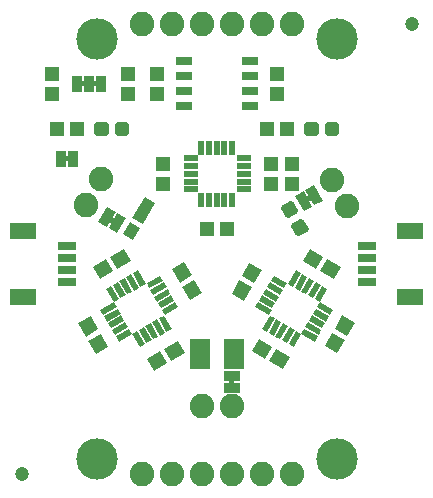
<source format=gts>
G75*
%MOIN*%
%OFA0B0*%
%FSLAX25Y25*%
%IPPOS*%
%LPD*%
%AMOC8*
5,1,8,0,0,1.08239X$1,22.5*
%
%ADD10C,0.08200*%
%ADD11R,0.05131X0.04737*%
%ADD12C,0.13800*%
%ADD13R,0.03300X0.05800*%
%ADD14C,0.00500*%
%ADD15C,0.04737*%
%ADD16R,0.01981X0.05131*%
%ADD17R,0.05131X0.01981*%
%ADD18R,0.04737X0.05131*%
%ADD19R,0.05524X0.03162*%
%ADD20R,0.08674X0.05524*%
%ADD21R,0.06115X0.03162*%
%ADD22C,0.01990*%
%ADD23R,0.03950X0.04737*%
%ADD24R,0.03950X0.08280*%
%ADD25R,0.05800X0.03300*%
%ADD26R,0.07099X0.10249*%
D10*
X0173333Y0130000D03*
X0183333Y0130000D03*
X0193333Y0130000D03*
X0203333Y0130000D03*
X0213333Y0130000D03*
X0223333Y0130000D03*
X0203333Y0152500D03*
X0193333Y0152500D03*
X0154833Y0219670D03*
X0159833Y0228330D03*
X0173333Y0280000D03*
X0183333Y0280000D03*
X0193333Y0280000D03*
X0203333Y0280000D03*
X0213333Y0280000D03*
X0223333Y0280000D03*
X0236833Y0227830D03*
X0241833Y0219170D03*
D11*
G36*
X0231472Y0198340D02*
X0227030Y0200905D01*
X0229398Y0205006D01*
X0233840Y0202441D01*
X0231472Y0198340D01*
G37*
G36*
X0237268Y0194994D02*
X0232826Y0197559D01*
X0235194Y0201660D01*
X0239636Y0199095D01*
X0237268Y0194994D01*
G37*
G36*
X0237674Y0178361D02*
X0240239Y0182803D01*
X0244340Y0180435D01*
X0241775Y0175993D01*
X0237674Y0178361D01*
G37*
G36*
X0234327Y0172565D02*
X0236892Y0177007D01*
X0240993Y0174639D01*
X0238428Y0170197D01*
X0234327Y0172565D01*
G37*
G36*
X0220268Y0164994D02*
X0215826Y0167559D01*
X0218194Y0171660D01*
X0222636Y0169095D01*
X0220268Y0164994D01*
G37*
G36*
X0214472Y0168340D02*
X0210030Y0170905D01*
X0212398Y0175006D01*
X0216840Y0172441D01*
X0214472Y0168340D01*
G37*
G36*
X0203327Y0190065D02*
X0205892Y0194507D01*
X0209993Y0192139D01*
X0207428Y0187697D01*
X0203327Y0190065D01*
G37*
G36*
X0206673Y0195861D02*
X0209238Y0200303D01*
X0213339Y0197935D01*
X0210774Y0193493D01*
X0206673Y0195861D01*
G37*
X0201680Y0211500D03*
X0194987Y0211500D03*
G36*
X0187469Y0200553D02*
X0190034Y0196111D01*
X0185933Y0193743D01*
X0183368Y0198185D01*
X0187469Y0200553D01*
G37*
G36*
X0190815Y0194757D02*
X0193380Y0190315D01*
X0189279Y0187947D01*
X0186714Y0192389D01*
X0190815Y0194757D01*
G37*
G36*
X0162827Y0202441D02*
X0167269Y0205006D01*
X0169637Y0200905D01*
X0165195Y0198340D01*
X0162827Y0202441D01*
G37*
G36*
X0157030Y0199095D02*
X0161472Y0201660D01*
X0163840Y0197559D01*
X0159398Y0194994D01*
X0157030Y0199095D01*
G37*
G36*
X0156292Y0182553D02*
X0158857Y0178111D01*
X0154756Y0175743D01*
X0152191Y0180185D01*
X0156292Y0182553D01*
G37*
G36*
X0159638Y0176757D02*
X0162203Y0172315D01*
X0158102Y0169947D01*
X0155537Y0174389D01*
X0159638Y0176757D01*
G37*
G36*
X0175069Y0168418D02*
X0179511Y0170983D01*
X0181879Y0166882D01*
X0177437Y0164317D01*
X0175069Y0168418D01*
G37*
G36*
X0180865Y0171764D02*
X0185307Y0174329D01*
X0187675Y0170228D01*
X0183233Y0167663D01*
X0180865Y0171764D01*
G37*
X0151680Y0245000D03*
X0144987Y0245000D03*
X0214987Y0245000D03*
X0221680Y0245000D03*
D12*
X0238333Y0275000D03*
X0158333Y0275000D03*
X0158333Y0135000D03*
X0238333Y0135000D03*
D13*
G36*
X0165233Y0216827D02*
X0168090Y0215177D01*
X0165191Y0210155D01*
X0162334Y0211805D01*
X0165233Y0216827D01*
G37*
G36*
X0161768Y0218827D02*
X0164625Y0217177D01*
X0161726Y0212155D01*
X0158869Y0213805D01*
X0161768Y0218827D01*
G37*
X0150333Y0235000D03*
X0146333Y0235000D03*
X0151833Y0260000D03*
X0155833Y0260000D03*
X0159833Y0260000D03*
G36*
X0230205Y0219095D02*
X0227348Y0217445D01*
X0224449Y0222467D01*
X0227306Y0224117D01*
X0230205Y0219095D01*
G37*
G36*
X0233669Y0221095D02*
X0230812Y0219445D01*
X0227913Y0224467D01*
X0230770Y0226117D01*
X0233669Y0221095D01*
G37*
D14*
X0229959Y0221723D02*
X0229459Y0222589D01*
X0228160Y0221839D01*
X0228660Y0220973D01*
X0229959Y0221723D01*
X0229938Y0221711D02*
X0228234Y0221711D01*
X0228521Y0221213D02*
X0229075Y0221213D01*
X0228802Y0222210D02*
X0229678Y0222210D01*
X0164379Y0214549D02*
X0163879Y0213683D01*
X0162580Y0214433D01*
X0163080Y0215299D01*
X0164379Y0214549D01*
X0164197Y0214234D02*
X0162925Y0214234D01*
X0162753Y0214732D02*
X0164061Y0214732D01*
X0163198Y0215231D02*
X0163041Y0215231D01*
X0163788Y0213735D02*
X0163909Y0213735D01*
X0149083Y0234500D02*
X0147583Y0234500D01*
X0147583Y0235500D01*
X0149083Y0235500D01*
X0149083Y0234500D01*
X0149083Y0234672D02*
X0147583Y0234672D01*
X0147583Y0235171D02*
X0149083Y0235171D01*
X0153083Y0259500D02*
X0153083Y0260500D01*
X0158583Y0260500D01*
X0158583Y0259500D01*
X0153083Y0259500D01*
X0153083Y0259598D02*
X0158583Y0259598D01*
X0158583Y0260097D02*
X0153083Y0260097D01*
X0202833Y0161250D02*
X0203833Y0161250D01*
X0203833Y0159750D01*
X0202833Y0159750D01*
X0202833Y0161250D01*
X0202833Y0160893D02*
X0203833Y0160893D01*
X0203833Y0160394D02*
X0202833Y0160394D01*
X0202833Y0159896D02*
X0203833Y0159896D01*
D15*
X0133333Y0130000D03*
X0263333Y0280000D03*
D16*
X0203451Y0238661D03*
X0200892Y0238661D03*
X0198333Y0238661D03*
X0195774Y0238661D03*
X0193215Y0238661D03*
X0193215Y0221338D03*
X0195774Y0221338D03*
X0198333Y0221338D03*
X0200892Y0221338D03*
X0203451Y0221338D03*
G36*
X0221746Y0193535D02*
X0220756Y0191821D01*
X0216314Y0194385D01*
X0217304Y0196099D01*
X0221746Y0193535D01*
G37*
G36*
X0223787Y0192344D02*
X0222073Y0193334D01*
X0224637Y0197776D01*
X0226351Y0196786D01*
X0223787Y0192344D01*
G37*
G36*
X0226003Y0191065D02*
X0224289Y0192055D01*
X0226853Y0196497D01*
X0228567Y0195507D01*
X0226003Y0191065D01*
G37*
G36*
X0228219Y0189785D02*
X0226505Y0190775D01*
X0229069Y0195217D01*
X0230783Y0194227D01*
X0228219Y0189785D01*
G37*
G36*
X0230435Y0188506D02*
X0228721Y0189496D01*
X0231285Y0193938D01*
X0232999Y0192948D01*
X0230435Y0188506D01*
G37*
G36*
X0232651Y0187226D02*
X0230937Y0188216D01*
X0233501Y0192658D01*
X0235215Y0191668D01*
X0232651Y0187226D01*
G37*
G36*
X0231657Y0185527D02*
X0232647Y0187241D01*
X0237089Y0184677D01*
X0236099Y0182963D01*
X0231657Y0185527D01*
G37*
G36*
X0230378Y0183311D02*
X0231368Y0185025D01*
X0235810Y0182461D01*
X0234820Y0180747D01*
X0230378Y0183311D01*
G37*
G36*
X0229098Y0181094D02*
X0230088Y0182808D01*
X0234530Y0180244D01*
X0233540Y0178530D01*
X0229098Y0181094D01*
G37*
G36*
X0227819Y0178878D02*
X0228809Y0180592D01*
X0233251Y0178028D01*
X0232261Y0176314D01*
X0227819Y0178878D01*
G37*
G36*
X0226539Y0176662D02*
X0227529Y0178376D01*
X0231971Y0175812D01*
X0230981Y0174098D01*
X0226539Y0176662D01*
G37*
G36*
X0224840Y0177656D02*
X0226554Y0176666D01*
X0223990Y0172224D01*
X0222276Y0173214D01*
X0224840Y0177656D01*
G37*
G36*
X0222624Y0178936D02*
X0224338Y0177946D01*
X0221774Y0173504D01*
X0220060Y0174494D01*
X0222624Y0178936D01*
G37*
G36*
X0220408Y0180215D02*
X0222122Y0179225D01*
X0219558Y0174783D01*
X0217844Y0175773D01*
X0220408Y0180215D01*
G37*
G36*
X0218191Y0181495D02*
X0219905Y0180505D01*
X0217341Y0176063D01*
X0215627Y0177053D01*
X0218191Y0181495D01*
G37*
G36*
X0215975Y0182774D02*
X0217689Y0181784D01*
X0215125Y0177342D01*
X0213411Y0178332D01*
X0215975Y0182774D01*
G37*
G36*
X0216628Y0184670D02*
X0215638Y0182956D01*
X0211196Y0185520D01*
X0212186Y0187234D01*
X0216628Y0184670D01*
G37*
G36*
X0217908Y0186886D02*
X0216918Y0185172D01*
X0212476Y0187736D01*
X0213466Y0189450D01*
X0217908Y0186886D01*
G37*
G36*
X0219187Y0189103D02*
X0218197Y0187389D01*
X0213755Y0189953D01*
X0214745Y0191667D01*
X0219187Y0189103D01*
G37*
G36*
X0220467Y0191319D02*
X0219477Y0189605D01*
X0215035Y0192169D01*
X0216025Y0193883D01*
X0220467Y0191319D01*
G37*
G36*
X0181028Y0182956D02*
X0180038Y0184670D01*
X0184480Y0187234D01*
X0185470Y0185520D01*
X0181028Y0182956D01*
G37*
G36*
X0178978Y0181784D02*
X0180692Y0182774D01*
X0183256Y0178332D01*
X0181542Y0177342D01*
X0178978Y0181784D01*
G37*
G36*
X0176761Y0180505D02*
X0178475Y0181495D01*
X0181039Y0177053D01*
X0179325Y0176063D01*
X0176761Y0180505D01*
G37*
G36*
X0174545Y0179225D02*
X0176259Y0180215D01*
X0178823Y0175773D01*
X0177109Y0174783D01*
X0174545Y0179225D01*
G37*
G36*
X0172329Y0177946D02*
X0174043Y0178936D01*
X0176607Y0174494D01*
X0174893Y0173504D01*
X0172329Y0177946D01*
G37*
G36*
X0170113Y0176666D02*
X0171827Y0177656D01*
X0174391Y0173214D01*
X0172677Y0172224D01*
X0170113Y0176666D01*
G37*
G36*
X0169138Y0178376D02*
X0170128Y0176662D01*
X0165686Y0174098D01*
X0164696Y0175812D01*
X0169138Y0178376D01*
G37*
G36*
X0167858Y0180592D02*
X0168848Y0178878D01*
X0164406Y0176314D01*
X0163416Y0178028D01*
X0167858Y0180592D01*
G37*
G36*
X0166578Y0182808D02*
X0167568Y0181094D01*
X0163126Y0178530D01*
X0162136Y0180244D01*
X0166578Y0182808D01*
G37*
G36*
X0165299Y0185025D02*
X0166289Y0183311D01*
X0161847Y0180747D01*
X0160857Y0182461D01*
X0165299Y0185025D01*
G37*
G36*
X0164019Y0187241D02*
X0165009Y0185527D01*
X0160567Y0182963D01*
X0159577Y0184677D01*
X0164019Y0187241D01*
G37*
G36*
X0165729Y0188216D02*
X0164015Y0187226D01*
X0161451Y0191668D01*
X0163165Y0192658D01*
X0165729Y0188216D01*
G37*
G36*
X0167946Y0189496D02*
X0166232Y0188506D01*
X0163668Y0192948D01*
X0165382Y0193938D01*
X0167946Y0189496D01*
G37*
G36*
X0170162Y0190775D02*
X0168448Y0189785D01*
X0165884Y0194227D01*
X0167598Y0195217D01*
X0170162Y0190775D01*
G37*
G36*
X0172378Y0192055D02*
X0170664Y0191065D01*
X0168100Y0195507D01*
X0169814Y0196497D01*
X0172378Y0192055D01*
G37*
G36*
X0174594Y0193334D02*
X0172880Y0192344D01*
X0170316Y0196786D01*
X0172030Y0197776D01*
X0174594Y0193334D01*
G37*
G36*
X0175910Y0191821D02*
X0174920Y0193535D01*
X0179362Y0196099D01*
X0180352Y0194385D01*
X0175910Y0191821D01*
G37*
G36*
X0177190Y0189605D02*
X0176200Y0191319D01*
X0180642Y0193883D01*
X0181632Y0192169D01*
X0177190Y0189605D01*
G37*
G36*
X0178469Y0187389D02*
X0177479Y0189103D01*
X0181921Y0191667D01*
X0182911Y0189953D01*
X0178469Y0187389D01*
G37*
G36*
X0179749Y0185172D02*
X0178759Y0186886D01*
X0183201Y0189450D01*
X0184191Y0187736D01*
X0179749Y0185172D01*
G37*
D17*
X0189672Y0224882D03*
X0189672Y0227441D03*
X0189672Y0230000D03*
X0189672Y0232559D03*
X0189672Y0235118D03*
X0207388Y0235118D03*
X0207388Y0232559D03*
X0207388Y0230000D03*
X0207388Y0227441D03*
X0207388Y0224882D03*
D18*
X0216333Y0226653D03*
X0223333Y0226653D03*
X0223333Y0233346D03*
X0216333Y0233346D03*
X0218333Y0256653D03*
X0218333Y0263346D03*
X0178333Y0263346D03*
X0178333Y0256653D03*
X0168833Y0256653D03*
X0168833Y0263346D03*
X0143333Y0263346D03*
X0143333Y0256653D03*
X0180333Y0233346D03*
X0180333Y0226653D03*
D19*
X0187310Y0252500D03*
X0187310Y0257500D03*
X0187310Y0262500D03*
X0187310Y0267500D03*
X0209357Y0267500D03*
X0209357Y0262500D03*
X0209357Y0257500D03*
X0209357Y0252500D03*
D20*
X0262802Y0211024D03*
X0262802Y0188976D03*
X0133865Y0188976D03*
X0133865Y0211024D03*
D21*
X0148334Y0205906D03*
X0148334Y0201969D03*
X0148334Y0198031D03*
X0148334Y0194094D03*
X0248333Y0194094D03*
X0248333Y0198031D03*
X0248333Y0201969D03*
X0248333Y0205906D03*
D22*
X0226562Y0213885D02*
X0224185Y0212512D01*
X0226562Y0213885D02*
X0227935Y0211508D01*
X0225558Y0210135D01*
X0224185Y0212512D01*
X0224466Y0212025D02*
X0227636Y0212025D01*
X0223109Y0219865D02*
X0220732Y0218492D01*
X0223109Y0219865D02*
X0224482Y0217488D01*
X0222105Y0216115D01*
X0220732Y0218492D01*
X0221013Y0218005D02*
X0224183Y0218005D01*
X0228507Y0243627D02*
X0228507Y0246373D01*
X0231253Y0246373D01*
X0231253Y0243627D01*
X0228507Y0243627D01*
X0228507Y0245517D02*
X0231253Y0245517D01*
X0235413Y0246373D02*
X0235413Y0243627D01*
X0235413Y0246373D02*
X0238159Y0246373D01*
X0238159Y0243627D01*
X0235413Y0243627D01*
X0235413Y0245517D02*
X0238159Y0245517D01*
X0165413Y0246373D02*
X0165413Y0243627D01*
X0165413Y0246373D02*
X0168159Y0246373D01*
X0168159Y0243627D01*
X0165413Y0243627D01*
X0165413Y0245517D02*
X0168159Y0245517D01*
X0158508Y0246373D02*
X0158508Y0243627D01*
X0158508Y0246373D02*
X0161254Y0246373D01*
X0161254Y0243627D01*
X0158508Y0243627D01*
X0158508Y0245517D02*
X0161254Y0245517D01*
D23*
G36*
X0169465Y0213946D02*
X0172885Y0211971D01*
X0170517Y0207870D01*
X0167097Y0209845D01*
X0169465Y0213946D01*
G37*
D24*
G36*
X0174340Y0222392D02*
X0177761Y0220417D01*
X0173622Y0213248D01*
X0170201Y0215223D01*
X0174340Y0222392D01*
G37*
D25*
X0203333Y0162500D03*
X0203333Y0158500D03*
D26*
X0203944Y0170000D03*
X0192723Y0170000D03*
M02*

</source>
